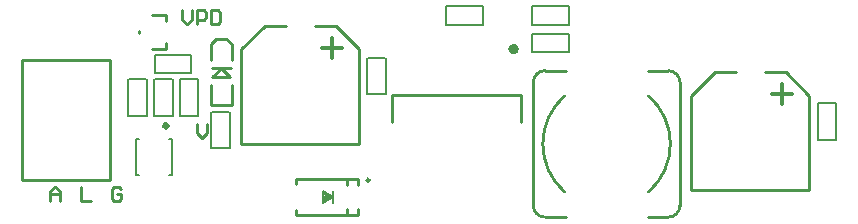
<source format=gto>
G04*
G04 #@! TF.GenerationSoftware,Altium Limited,Altium Designer,22.1.2 (22)*
G04*
G04 Layer_Color=16777215*
%FSLAX25Y25*%
%MOIN*%
G70*
G04*
G04 #@! TF.SameCoordinates,174BC2DA-B873-4BC2-8B21-C8E9C5FF9B9E*
G04*
G04*
G04 #@! TF.FilePolarity,Positive*
G04*
G01*
G75*
%ADD10C,0.01000*%
%ADD11C,0.01968*%
%ADD12C,0.02000*%
%ADD13C,0.00800*%
%ADD14C,0.01181*%
D10*
X176900Y47500D02*
G03*
X176900Y15500I14000J-16000D01*
G01*
X204900D02*
G03*
X204900Y47500I-14000J16000D01*
G01*
X211491Y7091D02*
G03*
X215309Y10909I0J3819D01*
G01*
Y52091D02*
G03*
X211491Y55909I-3819J0D01*
G01*
X170309D02*
G03*
X166491Y52091I0J-3819D01*
G01*
Y10909D02*
G03*
X170309Y7091I3819J0D01*
G01*
X111900Y19400D02*
G03*
X111900Y19400I-500J0D01*
G01*
X215309Y10909D02*
Y52091D01*
X204581Y7091D02*
X211491D01*
X204581Y55909D02*
X211491D01*
X170309D02*
X177219D01*
X166491Y10909D02*
Y52091D01*
X170309Y7091D02*
X177219D01*
X119393Y38831D02*
Y47689D01*
X162393D01*
Y38831D02*
Y47689D01*
X69100Y31563D02*
X108500D01*
X108500Y51248D02*
X108500Y31563D01*
X93700Y70928D02*
X100700D01*
X108500Y63048D02*
X108500Y31563D01*
X93900D02*
X108500D01*
X69100D02*
X69100Y63048D01*
X69100Y31563D02*
X83700D01*
X76974Y70928D02*
X83900D01*
X100700D02*
X108500Y63048D01*
X69100D02*
X76974Y70928D01*
X-3987Y19420D02*
Y59420D01*
X25513Y19420D02*
Y59420D01*
X-3987D02*
X25513D01*
X-3987Y19420D02*
X25513D01*
X60600Y66550D02*
X64200D01*
X58900Y64850D02*
X60600Y66550D01*
X58900Y59600D02*
Y64850D01*
X65900Y59600D02*
Y64850D01*
X64200Y66550D02*
X65900Y64850D01*
X59230Y56910D02*
X65710D01*
X58900Y44600D02*
X65900D01*
Y51100D01*
X58900Y44600D02*
Y51100D01*
X59350Y53710D02*
X62550Y56910D01*
X59350Y53710D02*
X65520D01*
X62480Y56750D02*
X65520Y53710D01*
X39500Y74500D02*
X44000D01*
Y63000D02*
Y65000D01*
X35000Y68500D02*
Y69000D01*
X44000Y72500D02*
Y74500D01*
X39500Y63000D02*
X44000D01*
X219100Y47548D02*
X226974Y55428D01*
X250700D02*
X258500Y47548D01*
X226974Y55428D02*
X233900D01*
X219100Y16063D02*
X233700D01*
X219100D02*
X219100Y47548D01*
X243900Y16063D02*
X258500D01*
X258500Y47548D02*
X258500Y16063D01*
X243700Y55428D02*
X250700D01*
X258500Y35748D02*
X258500Y16063D01*
X219100D02*
X258500D01*
X96900Y14100D02*
X97990Y13900D01*
X96900Y12700D02*
Y14100D01*
Y12700D02*
X99100Y13900D01*
X96600Y15100D02*
X99100Y13900D01*
X104400Y17900D02*
Y19215D01*
X107900Y17900D02*
Y19900D01*
X104400Y8585D02*
Y9900D01*
X107900Y7900D02*
Y9900D01*
X87270Y18152D02*
Y19900D01*
Y7900D02*
X107900D01*
X87270D02*
Y9550D01*
Y19900D02*
X107900D01*
X49520Y76043D02*
Y72894D01*
X51094Y71320D01*
X52669Y72894D01*
Y76043D01*
X54243Y71320D02*
Y76043D01*
X56604D01*
X57392Y75256D01*
Y73681D01*
X56604Y72894D01*
X54243D01*
X58966Y76043D02*
Y71320D01*
X61327D01*
X62114Y72107D01*
Y75256D01*
X61327Y76043D01*
X58966D01*
X29149Y16436D02*
X28361Y17223D01*
X26787D01*
X26000Y16436D01*
Y13287D01*
X26787Y12500D01*
X28361D01*
X29149Y13287D01*
Y14861D01*
X27574D01*
X15750Y17223D02*
Y12500D01*
X18899D01*
X5500D02*
Y15649D01*
X7074Y17223D01*
X8649Y15649D01*
Y12500D01*
Y14861D01*
X5500D01*
X54500Y38223D02*
Y35074D01*
X56074Y33500D01*
X57649Y35074D01*
Y38223D01*
D11*
X160680Y63100D02*
G03*
X160680Y63100I-787J0D01*
G01*
D12*
X44394Y37500D02*
G03*
X44394Y37500I-394J0D01*
G01*
D13*
X59400Y30100D02*
X65200D01*
X59400Y42300D02*
X65200D01*
X65400Y30100D02*
Y34900D01*
X59200Y30100D02*
Y34900D01*
Y42300D01*
X65400Y34900D02*
Y42300D01*
X45000Y21000D02*
X46000Y21000D01*
Y33000D01*
X45000D02*
X46000D01*
X34000Y21000D02*
X35000Y21000D01*
X34000Y21000D02*
Y33000D01*
X35000D01*
X46350Y45700D02*
Y53100D01*
X40150Y45700D02*
Y53100D01*
Y40900D02*
Y45700D01*
X46350Y40900D02*
Y45700D01*
X40350Y53100D02*
X46150D01*
X40350Y40900D02*
X46150D01*
X48800Y53100D02*
X54600D01*
X48800Y40900D02*
X54600D01*
X48600Y48300D02*
Y53100D01*
X54800Y48300D02*
Y53100D01*
Y40900D02*
Y48300D01*
X48600Y40900D02*
Y48300D01*
X31600Y40900D02*
X37400D01*
X31600Y53100D02*
X37400D01*
X37600Y40900D02*
Y45700D01*
X31400Y40900D02*
Y45700D01*
Y53100D01*
X37600Y45700D02*
Y53100D01*
X40300Y55200D02*
Y61000D01*
X52500Y55200D02*
Y61000D01*
X40300Y55000D02*
X45100D01*
X40300Y61200D02*
X45100D01*
X52500D01*
X45100Y55000D02*
X52500D01*
X178400Y71400D02*
Y77200D01*
X166200Y71400D02*
Y77200D01*
X173600Y77400D02*
X178400D01*
X173600Y71200D02*
X178400D01*
X166200D02*
X173600D01*
X166200Y77400D02*
X173600D01*
X166200Y62200D02*
Y68000D01*
X178400Y62200D02*
Y68000D01*
X166200Y62000D02*
X171000D01*
X166200Y68200D02*
X171000D01*
X178400D01*
X171000Y62000D02*
X178400D01*
X149600Y71400D02*
Y77200D01*
X137400Y71400D02*
Y77200D01*
X144800Y77400D02*
X149600D01*
X144800Y71200D02*
X149600D01*
X137400D02*
X144800D01*
X137400Y77400D02*
X144800D01*
X99845Y11900D02*
Y15900D01*
X96345Y11900D02*
X99845Y13900D01*
X96345Y11900D02*
Y15900D01*
X99845Y13900D01*
X111400Y48000D02*
X117200D01*
X111400Y60200D02*
X117200D01*
X117400Y48000D02*
Y52800D01*
X111200Y48000D02*
Y52800D01*
Y60200D01*
X117400Y52800D02*
Y60200D01*
X261500Y32900D02*
X267300D01*
X261500Y45100D02*
X267300D01*
X267500Y32900D02*
Y37700D01*
X261300Y32900D02*
Y37700D01*
Y45100D01*
X267500Y37700D02*
Y45100D01*
D14*
X102848Y63574D02*
X96100D01*
X99474Y66948D02*
Y60200D01*
X252848Y48074D02*
X246100D01*
X249474Y51448D02*
Y44700D01*
M02*

</source>
